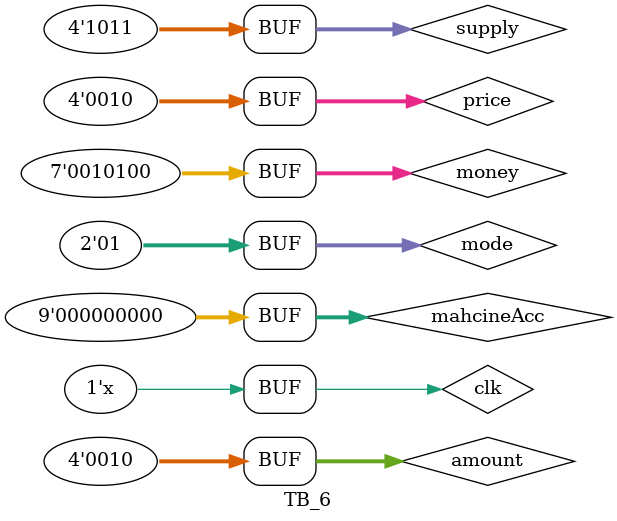
<source format=v>
`timescale 1ns / 1ps


module TB_6;

	// Inputs
	reg [1:0] mode;
	reg clk;
	reg [3:0] price;
	reg [3:0] amount;
	reg [6:0] money;
	reg [8:0] mahcineAcc;
	reg [3:0] supply;

	// Outputs
	wire redLight;
	wire [4:0] machineAcc_out;
	wire [3:0] supply_out;

	// Instantiate the Unit Under Test (UUT)
	Customer uut (
		.mode(mode), 
		.clk(clk), 
		.price(price), 
		.amount(amount), 
		.money(money), 
		.mahcineAcc(mahcineAcc), 
		.supply(supply), 
		.redLight(redLight), 
		.machineAcc_out(machineAcc_out), 
		.supply_out(supply_out)
	);
	
	always #20 clk = ~clk;

	initial begin
		// Initialize Inputs
		mode = 1;
		clk = 0;
		price = 2;
		amount = 2;
		money = 20;
		mahcineAcc = 0;
		supply = 11;

		// Wait 100 ns for global reset to finish
		#100;
		
		mode = 1;
		
		
		
        
		// Add stimulus here

	end
      
endmodule


</source>
